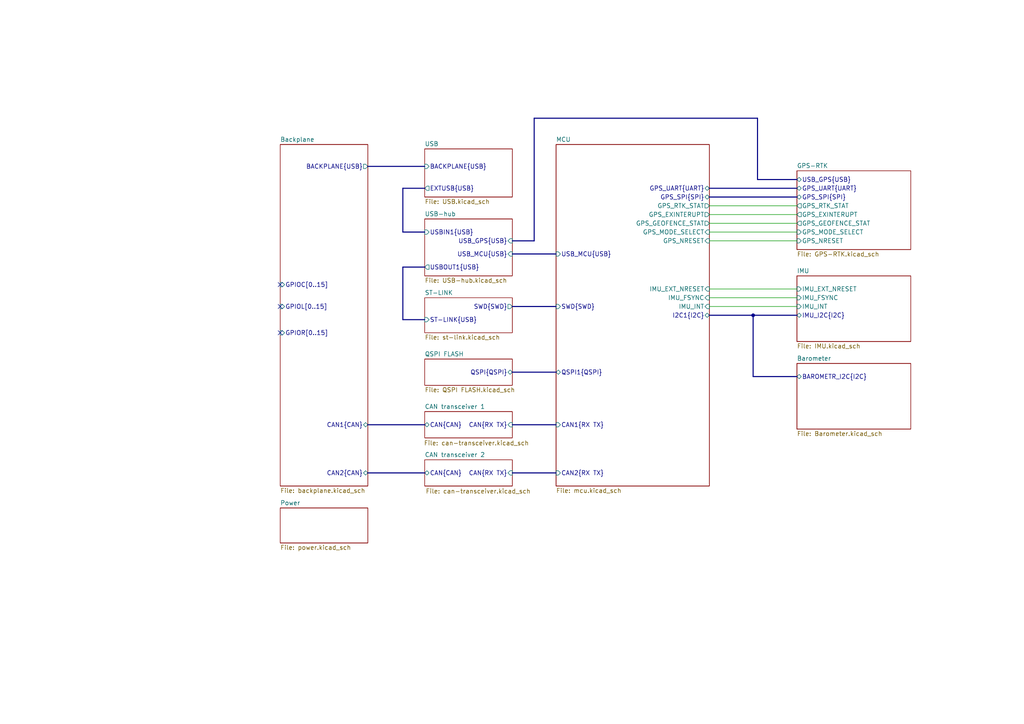
<source format=kicad_sch>
(kicad_sch
	(version 20250114)
	(generator "eeschema")
	(generator_version "9.0")
	(uuid "090a8e41-87a8-4fb1-998b-60a2c0dc4cee")
	(paper "A4")
	(title_block
		(title "ModuCard nav module")
		(date "2025-04-20")
		(rev "1.1.0")
		(company "KoNaR")
		(comment 1 "Base project authors: Dominik Pluta, Artem Horiunov")
		(comment 2 "Project author: Patryk Dudziński")
	)
	(lib_symbols)
	(bus_alias "CAN"
		(members "+" "-")
	)
	(junction
		(at 218.44 91.44)
		(diameter 0)
		(color 0 0 0 0)
		(uuid "99884d18-0a96-4271-a25b-026873879b48")
	)
	(no_connect
		(at 81.28 82.55)
		(uuid "225d1b4d-20a1-48d7-98fe-8709d91fa2b8")
	)
	(no_connect
		(at 81.28 88.9)
		(uuid "4102e771-06b2-46c5-8768-1c4b40e21eea")
	)
	(no_connect
		(at 81.28 96.52)
		(uuid "b3c7e6b3-59d6-467d-a4c3-b7bb1d57cd13")
	)
	(bus
		(pts
			(xy 123.19 77.47) (xy 116.84 77.47)
		)
		(stroke
			(width 0)
			(type default)
		)
		(uuid "088fd8c2-eebb-4af1-bbe0-793e15cd7b8f")
	)
	(wire
		(pts
			(xy 205.74 59.69) (xy 231.14 59.69)
		)
		(stroke
			(width 0)
			(type default)
		)
		(uuid "0ad5fb31-b484-4944-a4c9-ed5594878cf5")
	)
	(bus
		(pts
			(xy 106.68 123.19) (xy 123.19 123.19)
		)
		(stroke
			(width 0)
			(type default)
		)
		(uuid "0b7c907d-f1c4-42f1-b83e-70387c7fa799")
	)
	(bus
		(pts
			(xy 148.59 73.66) (xy 161.29 73.66)
		)
		(stroke
			(width 0)
			(type default)
		)
		(uuid "0c1d7469-42a8-449b-8405-80a700e5dd75")
	)
	(bus
		(pts
			(xy 219.71 34.29) (xy 219.71 52.07)
		)
		(stroke
			(width 0)
			(type default)
		)
		(uuid "0c3c26e1-9d25-4756-863f-df0a54305fc4")
	)
	(wire
		(pts
			(xy 205.74 69.85) (xy 231.14 69.85)
		)
		(stroke
			(width 0)
			(type default)
		)
		(uuid "15357999-0ef2-45d8-9f8a-d35b4cdc4bd9")
	)
	(bus
		(pts
			(xy 106.68 48.26) (xy 123.19 48.26)
		)
		(stroke
			(width 0)
			(type default)
		)
		(uuid "1782df55-de9c-47af-83a0-58361134576d")
	)
	(bus
		(pts
			(xy 218.44 109.22) (xy 231.14 109.22)
		)
		(stroke
			(width 0)
			(type default)
		)
		(uuid "1938a18a-177a-4413-832b-8fbb8676545e")
	)
	(bus
		(pts
			(xy 148.59 69.85) (xy 154.94 69.85)
		)
		(stroke
			(width 0)
			(type default)
		)
		(uuid "1c9829de-e084-4591-8657-4297594467d0")
	)
	(wire
		(pts
			(xy 205.74 64.77) (xy 231.14 64.77)
		)
		(stroke
			(width 0)
			(type default)
		)
		(uuid "2ac286d4-d052-4923-a4e2-041b81320321")
	)
	(wire
		(pts
			(xy 205.74 67.31) (xy 231.14 67.31)
		)
		(stroke
			(width 0)
			(type default)
		)
		(uuid "2d0f8124-242e-4872-a0bc-7a5ac06712ad")
	)
	(bus
		(pts
			(xy 123.19 54.61) (xy 116.84 54.61)
		)
		(stroke
			(width 0)
			(type default)
		)
		(uuid "3922af01-4562-42b3-9ff2-97c27f6880db")
	)
	(wire
		(pts
			(xy 205.74 86.36) (xy 231.14 86.36)
		)
		(stroke
			(width 0)
			(type default)
		)
		(uuid "4b24242c-9d68-4d48-8374-c809c68f72fa")
	)
	(wire
		(pts
			(xy 205.74 62.23) (xy 231.14 62.23)
		)
		(stroke
			(width 0)
			(type default)
		)
		(uuid "6e2c23fd-43ac-4fe3-99db-559c215f2969")
	)
	(bus
		(pts
			(xy 154.94 69.85) (xy 154.94 34.29)
		)
		(stroke
			(width 0)
			(type default)
		)
		(uuid "7c414a09-9291-4f62-86b7-6600ec6aaea0")
	)
	(bus
		(pts
			(xy 148.59 137.16) (xy 161.29 137.16)
		)
		(stroke
			(width 0)
			(type default)
		)
		(uuid "7ffc347e-25a7-4285-8492-119d5028459a")
	)
	(bus
		(pts
			(xy 205.74 54.61) (xy 231.14 54.61)
		)
		(stroke
			(width 0)
			(type default)
		)
		(uuid "8a3096f1-b6bf-44b2-a0da-12d1e20748cc")
	)
	(bus
		(pts
			(xy 218.44 91.44) (xy 218.44 109.22)
		)
		(stroke
			(width 0)
			(type default)
		)
		(uuid "8dc5811b-0b89-4fb4-a09c-fc432679cd72")
	)
	(bus
		(pts
			(xy 154.94 34.29) (xy 219.71 34.29)
		)
		(stroke
			(width 0)
			(type default)
		)
		(uuid "9985a126-2932-439d-8788-6401cadb96f5")
	)
	(wire
		(pts
			(xy 205.74 83.82) (xy 231.14 83.82)
		)
		(stroke
			(width 0)
			(type default)
		)
		(uuid "a0126824-3f36-496c-8287-d06e18efeb70")
	)
	(bus
		(pts
			(xy 205.74 91.44) (xy 218.44 91.44)
		)
		(stroke
			(width 0)
			(type default)
		)
		(uuid "bbdf4f91-d7af-4930-a425-f15aeee1f01d")
	)
	(bus
		(pts
			(xy 148.59 107.95) (xy 161.29 107.95)
		)
		(stroke
			(width 0)
			(type default)
		)
		(uuid "bf0de6b0-0fc9-4b0f-912e-193053f69f46")
	)
	(bus
		(pts
			(xy 116.84 92.71) (xy 123.19 92.71)
		)
		(stroke
			(width 0)
			(type default)
		)
		(uuid "c7a70df5-1b4b-46c9-a0b5-092a546e1998")
	)
	(bus
		(pts
			(xy 106.68 137.16) (xy 123.19 137.16)
		)
		(stroke
			(width 0)
			(type default)
		)
		(uuid "c8659fb4-8309-4884-99fe-e479e3dbee23")
	)
	(bus
		(pts
			(xy 205.74 57.15) (xy 231.14 57.15)
		)
		(stroke
			(width 0)
			(type default)
		)
		(uuid "cf8a0456-6b22-4974-b138-e5a827c2eb2c")
	)
	(bus
		(pts
			(xy 116.84 54.61) (xy 116.84 67.31)
		)
		(stroke
			(width 0)
			(type default)
		)
		(uuid "d346c99e-d019-4069-bd82-8cd62f31a854")
	)
	(bus
		(pts
			(xy 116.84 67.31) (xy 123.19 67.31)
		)
		(stroke
			(width 0)
			(type default)
		)
		(uuid "d483e764-8507-449d-983b-24a260b85a68")
	)
	(bus
		(pts
			(xy 148.59 88.9) (xy 161.29 88.9)
		)
		(stroke
			(width 0)
			(type default)
		)
		(uuid "e0896ddb-f544-4d74-9e0f-10bfadbbdd75")
	)
	(bus
		(pts
			(xy 218.44 91.44) (xy 231.14 91.44)
		)
		(stroke
			(width 0)
			(type default)
		)
		(uuid "e95cd4f2-0fc0-4b1e-8ba6-cf222d751a43")
	)
	(wire
		(pts
			(xy 205.74 88.9) (xy 231.14 88.9)
		)
		(stroke
			(width 0)
			(type default)
		)
		(uuid "e9b8d3ec-4308-473c-ac20-41bb84544776")
	)
	(bus
		(pts
			(xy 148.59 123.19) (xy 161.29 123.19)
		)
		(stroke
			(width 0)
			(type default)
		)
		(uuid "ef28c418-2b23-4a89-a4bc-eaba24d2bbc8")
	)
	(bus
		(pts
			(xy 116.84 77.47) (xy 116.84 92.71)
		)
		(stroke
			(width 0)
			(type default)
		)
		(uuid "f1a21ac5-05c7-4b93-b021-879868b83e38")
	)
	(bus
		(pts
			(xy 219.71 52.07) (xy 231.14 52.07)
		)
		(stroke
			(width 0)
			(type default)
		)
		(uuid "f87eb799-a29c-4f53-873c-1c2a7f9e2a36")
	)
	(sheet
		(at 123.19 133.35)
		(size 25.4 7.62)
		(exclude_from_sim no)
		(in_bom yes)
		(on_board yes)
		(dnp no)
		(stroke
			(width 0.1524)
			(type solid)
		)
		(fill
			(color 0 0 0 0.0000)
		)
		(uuid "0158e235-e8c1-4e7e-a900-a22642d17049")
		(property "Sheetname" "CAN transceiver 2"
			(at 123.19 132.6384 0)
			(effects
				(font
					(size 1.27 1.27)
				)
				(justify left bottom)
			)
		)
		(property "Sheetfile" "can-transceiver.kicad_sch"
			(at 123.444 141.732 0)
			(effects
				(font
					(size 1.27 1.27)
				)
				(justify left top)
			)
		)
		(pin "CAN{RX TX}" input
			(at 148.59 137.16 0)
			(uuid "4671fdb0-d0e0-441d-8d1d-4860636d85e9")
			(effects
				(font
					(size 1.27 1.27)
				)
				(justify right)
			)
		)
		(pin "CAN{CAN}" bidirectional
			(at 123.19 137.16 180)
			(uuid "858eda0b-4235-4ae8-86e3-335d4ad9a1da")
			(effects
				(font
					(size 1.27 1.27)
				)
				(justify left)
			)
		)
		(instances
			(project "base-module"
				(path "/090a8e41-87a8-4fb1-998b-60a2c0dc4cee"
					(page "6")
				)
			)
		)
	)
	(sheet
		(at 81.28 147.32)
		(size 25.4 10.16)
		(exclude_from_sim no)
		(in_bom yes)
		(on_board yes)
		(dnp no)
		(fields_autoplaced yes)
		(stroke
			(width 0.1524)
			(type solid)
		)
		(fill
			(color 0 0 0 0.0000)
		)
		(uuid "3f372eb1-53a4-4b00-8846-6751dd401eeb")
		(property "Sheetname" "Power"
			(at 81.28 146.6084 0)
			(effects
				(font
					(size 1.27 1.27)
				)
				(justify left bottom)
			)
		)
		(property "Sheetfile" "power.kicad_sch"
			(at 81.28 158.0646 0)
			(effects
				(font
					(size 1.27 1.27)
				)
				(justify left top)
			)
		)
		(instances
			(project "base-module"
				(path "/090a8e41-87a8-4fb1-998b-60a2c0dc4cee"
					(page "3")
				)
			)
		)
	)
	(sheet
		(at 123.19 119.38)
		(size 25.4 7.62)
		(exclude_from_sim no)
		(in_bom yes)
		(on_board yes)
		(dnp no)
		(stroke
			(width 0.1524)
			(type solid)
		)
		(fill
			(color 0 0 0 0.0000)
		)
		(uuid "3f4a4c31-63d6-4264-8452-81b45fffd897")
		(property "Sheetname" "CAN transceiver 1"
			(at 123.19 118.6684 0)
			(effects
				(font
					(size 1.27 1.27)
				)
				(justify left bottom)
			)
		)
		(property "Sheetfile" "can-transceiver.kicad_sch"
			(at 122.936 127.762 0)
			(effects
				(font
					(size 1.27 1.27)
				)
				(justify left top)
			)
		)
		(pin "CAN{RX TX}" input
			(at 148.59 123.19 0)
			(uuid "2ad324a7-4e76-4def-a2aa-f7156431611c")
			(effects
				(font
					(size 1.27 1.27)
				)
				(justify right)
			)
		)
		(pin "CAN{CAN}" bidirectional
			(at 123.19 123.19 180)
			(uuid "dd8404cf-fd75-41cc-aa36-6f2c3a0e4af5")
			(effects
				(font
					(size 1.27 1.27)
				)
				(justify left)
			)
		)
		(instances
			(project "base-module"
				(path "/090a8e41-87a8-4fb1-998b-60a2c0dc4cee"
					(page "5")
				)
			)
		)
	)
	(sheet
		(at 123.19 43.18)
		(size 25.4 13.97)
		(exclude_from_sim no)
		(in_bom yes)
		(on_board yes)
		(dnp no)
		(fields_autoplaced yes)
		(stroke
			(width 0.1524)
			(type solid)
		)
		(fill
			(color 0 0 0 0.0000)
		)
		(uuid "8fd5ae83-0658-4178-9e81-18085647e2bb")
		(property "Sheetname" "USB"
			(at 123.19 42.4684 0)
			(effects
				(font
					(size 1.27 1.27)
				)
				(justify left bottom)
			)
		)
		(property "Sheetfile" "USB.kicad_sch"
			(at 123.19 57.7346 0)
			(effects
				(font
					(size 1.27 1.27)
				)
				(justify left top)
			)
		)
		(pin "BACKPLANE{USB}" input
			(at 123.19 48.26 180)
			(uuid "49cd1327-0574-4555-b98d-686ad06add1f")
			(effects
				(font
					(size 1.27 1.27)
				)
				(justify left)
			)
		)
		(pin "EXTUSB{USB}" output
			(at 123.19 54.61 180)
			(uuid "c146d2d2-99d4-47de-b999-c91753c99574")
			(effects
				(font
					(size 1.27 1.27)
				)
				(justify left)
			)
		)
		(instances
			(project "base-module"
				(path "/090a8e41-87a8-4fb1-998b-60a2c0dc4cee"
					(page "8")
				)
			)
		)
	)
	(sheet
		(at 231.14 105.41)
		(size 33.02 19.05)
		(exclude_from_sim no)
		(in_bom yes)
		(on_board yes)
		(dnp no)
		(fields_autoplaced yes)
		(stroke
			(width 0.1524)
			(type solid)
		)
		(fill
			(color 0 0 0 0.0000)
		)
		(uuid "959481a0-7781-4df3-86da-eb6cb9855f71")
		(property "Sheetname" "Barometer"
			(at 231.14 104.6984 0)
			(effects
				(font
					(size 1.27 1.27)
				)
				(justify left bottom)
			)
		)
		(property "Sheetfile" "Barometer.kicad_sch"
			(at 231.14 125.0446 0)
			(effects
				(font
					(size 1.27 1.27)
				)
				(justify left top)
			)
		)
		(property "Field2" ""
			(at 231.14 105.41 0)
			(effects
				(font
					(size 1.27 1.27)
				)
			)
		)
		(pin "BAROMETR_I2C{I2C}" bidirectional
			(at 231.14 109.22 180)
			(uuid "7283b481-61ee-4a52-a70c-8c49147b755d")
			(effects
				(font
					(size 1.27 1.27)
				)
				(justify left)
			)
		)
		(instances
			(project "base-module"
				(path "/090a8e41-87a8-4fb1-998b-60a2c0dc4cee"
					(page "14")
				)
			)
		)
	)
	(sheet
		(at 231.14 80.01)
		(size 33.02 19.05)
		(exclude_from_sim no)
		(in_bom yes)
		(on_board yes)
		(dnp no)
		(fields_autoplaced yes)
		(stroke
			(width 0.1524)
			(type solid)
		)
		(fill
			(color 0 0 0 0.0000)
		)
		(uuid "a5195239-5b2f-4937-ac37-7de03d71aef0")
		(property "Sheetname" "IMU"
			(at 231.14 79.2984 0)
			(effects
				(font
					(size 1.27 1.27)
				)
				(justify left bottom)
			)
		)
		(property "Sheetfile" "IMU.kicad_sch"
			(at 231.14 99.6446 0)
			(effects
				(font
					(size 1.27 1.27)
				)
				(justify left top)
			)
		)
		(property "Field2" ""
			(at 231.14 80.01 0)
			(effects
				(font
					(size 1.27 1.27)
				)
			)
		)
		(property "Field3" ""
			(at 231.14 80.01 0)
			(effects
				(font
					(size 1.27 1.27)
				)
			)
		)
		(pin "IMU_I2C{I2C}" bidirectional
			(at 231.14 91.44 180)
			(uuid "4ad4b970-db41-43b9-bff2-3111d80b6809")
			(effects
				(font
					(size 1.27 1.27)
				)
				(justify left)
			)
		)
		(pin "IMU_EXT_NRESET" input
			(at 231.14 83.82 180)
			(uuid "96a991f9-65c9-493d-b84c-ab0ceea633e4")
			(effects
				(font
					(size 1.27 1.27)
				)
				(justify left)
			)
		)
		(pin "IMU_FSYNC" input
			(at 231.14 86.36 180)
			(uuid "464443b7-3cee-418a-8ffd-64de8c78e254")
			(effects
				(font
					(size 1.27 1.27)
				)
				(justify left)
			)
		)
		(pin "IMU_INT" input
			(at 231.14 88.9 180)
			(uuid "0aa9dd09-c4d3-49f5-9b0f-05f23626f7b9")
			(effects
				(font
					(size 1.27 1.27)
				)
				(justify left)
			)
		)
		(instances
			(project "base-module"
				(path "/090a8e41-87a8-4fb1-998b-60a2c0dc4cee"
					(page "13")
				)
			)
		)
	)
	(sheet
		(at 161.29 41.91)
		(size 44.45 99.06)
		(exclude_from_sim no)
		(in_bom yes)
		(on_board yes)
		(dnp no)
		(fields_autoplaced yes)
		(stroke
			(width 0.1524)
			(type solid)
		)
		(fill
			(color 0 0 0 0.0000)
		)
		(uuid "ae074854-c02c-496b-964f-ecb8956e53f8")
		(property "Sheetname" "MCU"
			(at 161.29 41.1984 0)
			(effects
				(font
					(size 1.27 1.27)
				)
				(justify left bottom)
			)
		)
		(property "Sheetfile" "mcu.kicad_sch"
			(at 161.29 141.5546 0)
			(effects
				(font
					(size 1.27 1.27)
				)
				(justify left top)
			)
		)
		(pin "QSPI1{QSPI}" bidirectional
			(at 161.29 107.95 180)
			(uuid "0a967f7e-bc5a-4548-8588-a3f32ad6b6f8")
			(effects
				(font
					(size 1.27 1.27)
				)
				(justify left)
			)
		)
		(pin "CAN2{RX TX}" input
			(at 161.29 137.16 180)
			(uuid "8c8ec780-1712-44db-9376-b03ba592cd9d")
			(effects
				(font
					(size 1.27 1.27)
				)
				(justify left)
			)
		)
		(pin "CAN1{RX TX}" input
			(at 161.29 123.19 180)
			(uuid "f0869290-4d95-416e-9491-be40cdf216cd")
			(effects
				(font
					(size 1.27 1.27)
				)
				(justify left)
			)
		)
		(pin "SWD{SWD}" input
			(at 161.29 88.9 180)
			(uuid "b5a0d17e-17b9-488f-996c-746b62a94522")
			(effects
				(font
					(size 1.27 1.27)
				)
				(justify left)
			)
		)
		(pin "USB_MCU{USB}" input
			(at 161.29 73.66 180)
			(uuid "39375a4c-9c10-4301-9b74-766af280eb37")
			(effects
				(font
					(size 1.27 1.27)
				)
				(justify left)
			)
		)
		(pin "GPS_EXINTERUPT" output
			(at 205.74 62.23 0)
			(uuid "16816763-5a17-4bdd-8d38-ee7c6f95eaa6")
			(effects
				(font
					(size 1.27 1.27)
				)
				(justify right)
			)
		)
		(pin "GPS_GEOFENCE_STAT" output
			(at 205.74 64.77 0)
			(uuid "813bdb3a-0f8a-4f98-848a-cc7170e45b10")
			(effects
				(font
					(size 1.27 1.27)
				)
				(justify right)
			)
		)
		(pin "GPS_MODE_SELECT" input
			(at 205.74 67.31 0)
			(uuid "2e37066b-f9d7-40f9-bcfc-e55ef15e3d0b")
			(effects
				(font
					(size 1.27 1.27)
				)
				(justify right)
			)
		)
		(pin "GPS_NRESET" input
			(at 205.74 69.85 0)
			(uuid "43e3c2f9-f205-4131-8d1f-6a0a1c8bfcdf")
			(effects
				(font
					(size 1.27 1.27)
				)
				(justify right)
			)
		)
		(pin "GPS_RTK_STAT" output
			(at 205.74 59.69 0)
			(uuid "4410d40b-3a59-4d05-b6b7-037f19f80d95")
			(effects
				(font
					(size 1.27 1.27)
				)
				(justify right)
			)
		)
		(pin "GPS_SPI{SPI}" bidirectional
			(at 205.74 57.15 0)
			(uuid "d367b714-295f-4408-bba0-0cd08741b5bc")
			(effects
				(font
					(size 1.27 1.27)
				)
				(justify right)
			)
		)
		(pin "GPS_UART{UART}" bidirectional
			(at 205.74 54.61 0)
			(uuid "4600bfb4-1cd0-4797-9a8c-bf92c86994c3")
			(effects
				(font
					(size 1.27 1.27)
				)
				(justify right)
			)
		)
		(pin "I2C1{I2C}" bidirectional
			(at 205.74 91.44 0)
			(uuid "83ee65f4-6090-42f9-a093-f8d59af66335")
			(effects
				(font
					(size 1.27 1.27)
				)
				(justify right)
			)
		)
		(pin "IMU_EXT_NRESET" input
			(at 205.74 83.82 0)
			(uuid "67199904-a9b4-4c13-acfa-ab89ea929712")
			(effects
				(font
					(size 1.27 1.27)
				)
				(justify right)
			)
		)
		(pin "IMU_FSYNC" input
			(at 205.74 86.36 0)
			(uuid "cae7447e-2784-421a-8f05-01d91990bb4d")
			(effects
				(font
					(size 1.27 1.27)
				)
				(justify right)
			)
		)
		(pin "IMU_INT" input
			(at 205.74 88.9 0)
			(uuid "0264a323-4019-4f95-9419-a4a04af4db69")
			(effects
				(font
					(size 1.27 1.27)
				)
				(justify right)
			)
		)
		(instances
			(project "base-module"
				(path "/090a8e41-87a8-4fb1-998b-60a2c0dc4cee"
					(page "4")
				)
			)
		)
	)
	(sheet
		(at 231.14 49.53)
		(size 33.02 22.86)
		(exclude_from_sim no)
		(in_bom yes)
		(on_board yes)
		(dnp no)
		(fields_autoplaced yes)
		(stroke
			(width 0.1524)
			(type solid)
		)
		(fill
			(color 0 0 0 0.0000)
		)
		(uuid "beb6e6f0-cd62-4562-acf0-f68f29c583f0")
		(property "Sheetname" "GPS-RTK"
			(at 231.14 48.8184 0)
			(effects
				(font
					(size 1.27 1.27)
				)
				(justify left bottom)
			)
		)
		(property "Sheetfile" "GPS-RTK.kicad_sch"
			(at 231.14 72.9746 0)
			(effects
				(font
					(size 1.27 1.27)
				)
				(justify left top)
			)
		)
		(pin "GPS_EXINTERUPT" output
			(at 231.14 62.23 180)
			(uuid "47b8a5b4-cefe-4fdb-adad-ad6088edfaee")
			(effects
				(font
					(size 1.27 1.27)
				)
				(justify left)
			)
		)
		(pin "GPS_GEOFENCE_STAT" output
			(at 231.14 64.77 180)
			(uuid "453424d6-883e-49ce-8c18-52c99153af8d")
			(effects
				(font
					(size 1.27 1.27)
				)
				(justify left)
			)
		)
		(pin "GPS_MODE_SELECT" input
			(at 231.14 67.31 180)
			(uuid "ff708bfe-5041-4041-ad84-9c6fd3b7c3cb")
			(effects
				(font
					(size 1.27 1.27)
				)
				(justify left)
			)
		)
		(pin "GPS_NRESET" input
			(at 231.14 69.85 180)
			(uuid "d352680d-9d81-425a-8f0d-ab30d1f7e88f")
			(effects
				(font
					(size 1.27 1.27)
				)
				(justify left)
			)
		)
		(pin "GPS_RTK_STAT" output
			(at 231.14 59.69 180)
			(uuid "1081fe86-22b9-4552-bfb6-cc435fccce62")
			(effects
				(font
					(size 1.27 1.27)
				)
				(justify left)
			)
		)
		(pin "GPS_SPI{SPI}" bidirectional
			(at 231.14 57.15 180)
			(uuid "edaac5c3-24fd-412c-9b42-569198ac7208")
			(effects
				(font
					(size 1.27 1.27)
				)
				(justify left)
			)
		)
		(pin "GPS_UART{UART}" bidirectional
			(at 231.14 54.61 180)
			(uuid "e3c40db0-84e8-4aef-8e7a-48475cb89036")
			(effects
				(font
					(size 1.27 1.27)
				)
				(justify left)
			)
		)
		(pin "USB_GPS{USB}" bidirectional
			(at 231.14 52.07 180)
			(uuid "96c14d12-f0c1-43ad-ac35-8b25d5f478d4")
			(effects
				(font
					(size 1.27 1.27)
				)
				(justify left)
			)
		)
		(instances
			(project "base-module"
				(path "/090a8e41-87a8-4fb1-998b-60a2c0dc4cee"
					(page "11")
				)
			)
		)
	)
	(sheet
		(at 123.19 63.5)
		(size 25.4 16.51)
		(exclude_from_sim no)
		(in_bom yes)
		(on_board yes)
		(dnp no)
		(fields_autoplaced yes)
		(stroke
			(width 0.1524)
			(type solid)
		)
		(fill
			(color 0 0 0 0.0000)
		)
		(uuid "c4e62f69-aed8-45c4-bc74-414bd9b2dcad")
		(property "Sheetname" "USB-hub"
			(at 123.19 62.7884 0)
			(effects
				(font
					(size 1.27 1.27)
				)
				(justify left bottom)
			)
		)
		(property "Sheetfile" "USB-hub.kicad_sch"
			(at 123.19 80.5946 0)
			(effects
				(font
					(size 1.27 1.27)
				)
				(justify left top)
			)
		)
		(pin "USBIN1{USB}" input
			(at 123.19 67.31 180)
			(uuid "70ba8c34-1228-4bf6-9d23-9d1360b2bc8c")
			(effects
				(font
					(size 1.27 1.27)
				)
				(justify left)
			)
		)
		(pin "USBOUT1{USB}" output
			(at 123.19 77.47 180)
			(uuid "bc0f17fd-1568-4cfd-a9dc-839741c5fc8e")
			(effects
				(font
					(size 1.27 1.27)
				)
				(justify left)
			)
		)
		(pin "USB_MCU{USB}" input
			(at 148.59 73.66 0)
			(uuid "0c956685-101a-4f07-b7bf-c720f0663eeb")
			(effects
				(font
					(size 1.27 1.27)
				)
				(justify right)
			)
		)
		(pin "USB_GPS{USB}" input
			(at 148.59 69.85 0)
			(uuid "943589a8-7b0d-456d-bd22-ef7931620e42")
			(effects
				(font
					(size 1.27 1.27)
				)
				(justify right)
			)
		)
		(instances
			(project "base-module"
				(path "/090a8e41-87a8-4fb1-998b-60a2c0dc4cee"
					(page "9")
				)
			)
		)
	)
	(sheet
		(at 123.19 104.14)
		(size 25.4 7.62)
		(exclude_from_sim no)
		(in_bom yes)
		(on_board yes)
		(dnp no)
		(fields_autoplaced yes)
		(stroke
			(width 0.1524)
			(type solid)
		)
		(fill
			(color 0 0 0 0.0000)
		)
		(uuid "e8ac371f-5104-4cae-bf76-5dce1f5864c3")
		(property "Sheetname" "QSPI FLASH"
			(at 123.19 103.4284 0)
			(effects
				(font
					(size 1.27 1.27)
				)
				(justify left bottom)
			)
		)
		(property "Sheetfile" "QSPI FLASH.kicad_sch"
			(at 123.19 112.3446 0)
			(effects
				(font
					(size 1.27 1.27)
				)
				(justify left top)
			)
		)
		(pin "QSPI{QSPI}" bidirectional
			(at 148.59 107.95 0)
			(uuid "443041a0-7600-4d4d-a6ad-970474c79d47")
			(effects
				(font
					(size 1.27 1.27)
				)
				(justify right)
			)
		)
		(instances
			(project "base-module"
				(path "/090a8e41-87a8-4fb1-998b-60a2c0dc4cee"
					(page "10")
				)
			)
		)
	)
	(sheet
		(at 123.19 86.36)
		(size 25.4 10.16)
		(exclude_from_sim no)
		(in_bom yes)
		(on_board yes)
		(dnp no)
		(fields_autoplaced yes)
		(stroke
			(width 0.1524)
			(type solid)
		)
		(fill
			(color 0 0 0 0.0000)
		)
		(uuid "ed5910e5-42de-4923-b023-9e23a66937d0")
		(property "Sheetname" "ST-LINK"
			(at 123.19 85.6484 0)
			(effects
				(font
					(size 1.27 1.27)
				)
				(justify left bottom)
			)
		)
		(property "Sheetfile" "st-link.kicad_sch"
			(at 123.19 97.1046 0)
			(effects
				(font
					(size 1.27 1.27)
				)
				(justify left top)
			)
		)
		(pin "ST-LINK{USB}" input
			(at 123.19 92.71 180)
			(uuid "1f8bebf7-2c7a-401d-bf5b-ddb1b2e1fa68")
			(effects
				(font
					(size 1.27 1.27)
				)
				(justify left)
			)
		)
		(pin "SWD{SWD}" output
			(at 148.59 88.9 0)
			(uuid "b44b70df-07dc-4cd8-a434-5c68d0d5ae9b")
			(effects
				(font
					(size 1.27 1.27)
				)
				(justify right)
			)
		)
		(instances
			(project "base-module"
				(path "/090a8e41-87a8-4fb1-998b-60a2c0dc4cee"
					(page "7")
				)
			)
		)
	)
	(sheet
		(at 81.28 41.91)
		(size 25.4 99.06)
		(exclude_from_sim no)
		(in_bom yes)
		(on_board yes)
		(dnp no)
		(fields_autoplaced yes)
		(stroke
			(width 0.1524)
			(type solid)
		)
		(fill
			(color 0 0 0 0.0000)
		)
		(uuid "ff3476d7-2f10-4f79-9864-988601c7ce1b")
		(property "Sheetname" "Backplane"
			(at 81.28 41.1984 0)
			(effects
				(font
					(size 1.27 1.27)
				)
				(justify left bottom)
			)
		)
		(property "Sheetfile" "backplane.kicad_sch"
			(at 81.28 141.5546 0)
			(effects
				(font
					(size 1.27 1.27)
				)
				(justify left top)
			)
		)
		(pin "GPIOC[0..15]" input
			(at 81.28 82.55 180)
			(uuid "590059fb-ce6b-4594-a8d9-5ea16c12e994")
			(effects
				(font
					(size 1.27 1.27)
				)
				(justify left)
			)
		)
		(pin "GPIOL[0..15]" input
			(at 81.28 88.9 180)
			(uuid "1244bff8-cc00-45c3-ad70-38099735e42f")
			(effects
				(font
					(size 1.27 1.27)
				)
				(justify left)
			)
		)
		(pin "GPIOR[0..15]" input
			(at 81.28 96.52 180)
			(uuid "78f6447e-cc35-4bff-9181-e28e763cd973")
			(effects
				(font
					(size 1.27 1.27)
				)
				(justify left)
			)
		)
		(pin "CAN1{CAN}" bidirectional
			(at 106.68 123.19 0)
			(uuid "f5cc3410-a9f9-4327-97b1-b02ad5c607a0")
			(effects
				(font
					(size 1.27 1.27)
				)
				(justify right)
			)
		)
		(pin "CAN2{CAN}" bidirectional
			(at 106.68 137.16 0)
			(uuid "1bb521b1-9157-430e-bc39-7309cc0c519b")
			(effects
				(font
					(size 1.27 1.27)
				)
				(justify right)
			)
		)
		(pin "BACKPLANE{USB}" output
			(at 106.68 48.26 0)
			(uuid "de418b66-6533-4278-9c6e-995fea317169")
			(effects
				(font
					(size 1.27 1.27)
				)
				(justify right)
			)
		)
		(instances
			(project "base-module"
				(path "/090a8e41-87a8-4fb1-998b-60a2c0dc4cee"
					(page "2")
				)
			)
		)
	)
	(sheet_instances
		(path "/"
			(page "1")
		)
	)
	(embedded_fonts no)
)

</source>
